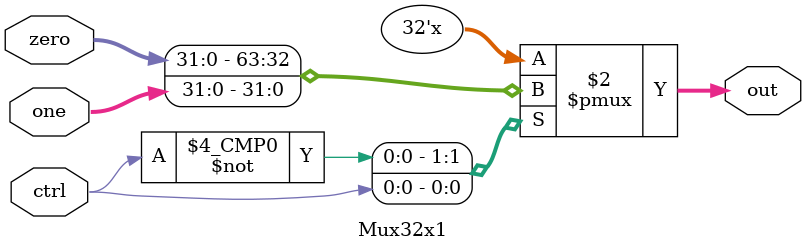
<source format=v>
`timescale 1ns / 1ps


module Mux32x1(
    input [31:0] zero,
    input [31:0] one,
    input ctrl,
    output reg [31:0] out
    );
    always @(zero or one or ctrl) begin
    case(ctrl)
    1'b0: out <= zero;
    1'b1: out <= one;
    //default: $display("Error in Mux32x1");
    endcase
    end
endmodule

</source>
